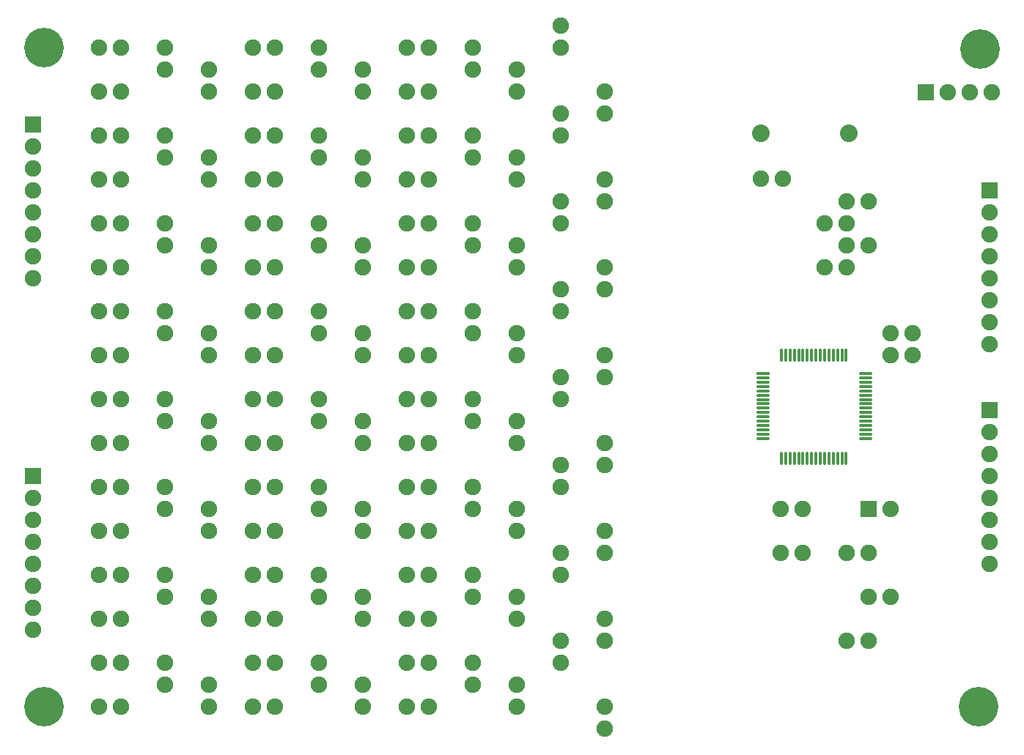
<source format=gts>
G04 (created by PCBNEW-RS274X (2011-11-30 BZR 3250)-stable) date Mon 09 Jan 2012 02:26:34 AM UTC*
G01*
G70*
G90*
%MOIN*%
G04 Gerber Fmt 3.4, Leading zero omitted, Abs format*
%FSLAX34Y34*%
G04 APERTURE LIST*
%ADD10C,0.006000*%
%ADD11R,0.064000X0.013800*%
%ADD12O,0.064000X0.013800*%
%ADD13O,0.013800X0.064000*%
%ADD14R,0.075000X0.075000*%
%ADD15C,0.075000*%
%ADD16C,0.080000*%
%ADD17C,0.180000*%
G04 APERTURE END LIST*
G54D10*
G54D11*
X68185Y-43831D03*
G54D12*
X68185Y-44028D03*
X68185Y-44225D03*
X68185Y-44422D03*
X68185Y-44619D03*
X68185Y-44815D03*
X68185Y-45012D03*
X68185Y-45209D03*
X68185Y-45406D03*
X68185Y-45603D03*
X68185Y-45800D03*
X68185Y-45996D03*
X68185Y-46193D03*
X68185Y-46390D03*
X68185Y-46587D03*
X68185Y-46784D03*
G54D13*
X69020Y-47682D03*
X69217Y-47682D03*
X69414Y-47682D03*
X69611Y-47682D03*
X69808Y-47682D03*
X70004Y-47682D03*
X70201Y-47682D03*
X70398Y-47682D03*
X70595Y-47682D03*
X70792Y-47682D03*
X70989Y-47682D03*
X71185Y-47682D03*
X71382Y-47682D03*
X71579Y-47682D03*
X71776Y-47682D03*
X71973Y-47682D03*
G54D12*
X72871Y-46784D03*
X72871Y-46587D03*
X72871Y-46390D03*
X72871Y-46193D03*
X72871Y-45996D03*
X72871Y-45800D03*
X72871Y-45603D03*
X72871Y-45406D03*
X72871Y-45209D03*
X72871Y-45012D03*
X72871Y-44815D03*
X72871Y-44619D03*
X72871Y-44422D03*
X72871Y-44225D03*
X72871Y-44028D03*
X72871Y-43831D03*
G54D13*
X71973Y-42996D03*
X71776Y-42996D03*
X71382Y-42996D03*
X71579Y-42989D03*
X71185Y-42996D03*
X70989Y-42996D03*
X70792Y-42996D03*
X70595Y-42996D03*
X70398Y-42996D03*
X70201Y-42996D03*
X70007Y-42996D03*
X69810Y-42996D03*
X69613Y-42996D03*
X69416Y-42996D03*
X69220Y-42996D03*
X69023Y-42996D03*
G54D14*
X78500Y-45500D03*
G54D15*
X78500Y-46500D03*
X78500Y-47500D03*
X78500Y-48500D03*
X78500Y-49500D03*
X78500Y-50500D03*
X78500Y-51500D03*
X78500Y-52500D03*
G54D14*
X78500Y-35500D03*
G54D15*
X78500Y-36500D03*
X78500Y-37500D03*
X78500Y-38500D03*
X78500Y-39500D03*
X78500Y-40500D03*
X78500Y-41500D03*
X78500Y-42500D03*
G54D14*
X35000Y-48500D03*
G54D15*
X35000Y-49500D03*
X35000Y-50500D03*
X35000Y-51500D03*
X35000Y-52500D03*
X35000Y-53500D03*
X35000Y-54500D03*
X35000Y-55500D03*
G54D14*
X35000Y-32500D03*
G54D15*
X35000Y-33500D03*
X35000Y-34500D03*
X35000Y-35500D03*
X35000Y-36500D03*
X35000Y-37500D03*
X35000Y-38500D03*
X35000Y-39500D03*
G54D14*
X75594Y-31031D03*
G54D15*
X76594Y-31031D03*
X77594Y-31031D03*
X78594Y-31031D03*
G54D16*
X68106Y-32902D03*
X72106Y-32902D03*
G54D15*
X46000Y-43000D03*
X45000Y-43000D03*
X46000Y-31000D03*
X45000Y-31000D03*
X46000Y-33000D03*
X45000Y-33000D03*
X46000Y-35000D03*
X45000Y-35000D03*
X46000Y-45000D03*
X45000Y-45000D03*
X46000Y-47000D03*
X45000Y-47000D03*
X46000Y-49000D03*
X45000Y-49000D03*
X46000Y-51000D03*
X45000Y-51000D03*
X46000Y-37000D03*
X45000Y-37000D03*
X46000Y-39000D03*
X45000Y-39000D03*
X46000Y-41000D03*
X45000Y-41000D03*
X39000Y-55000D03*
X38000Y-55000D03*
X46000Y-53000D03*
X45000Y-53000D03*
X46000Y-55000D03*
X45000Y-55000D03*
X46000Y-57000D03*
X45000Y-57000D03*
X46000Y-29000D03*
X45000Y-29000D03*
X39000Y-59000D03*
X38000Y-59000D03*
X39000Y-57000D03*
X38000Y-57000D03*
X55000Y-29000D03*
X55000Y-30000D03*
X39000Y-53000D03*
X38000Y-53000D03*
X39000Y-43000D03*
X38000Y-43000D03*
X39000Y-41000D03*
X38000Y-41000D03*
X39000Y-39000D03*
X38000Y-39000D03*
X39000Y-37000D03*
X38000Y-37000D03*
X39000Y-51000D03*
X38000Y-51000D03*
X39000Y-49000D03*
X38000Y-49000D03*
X39000Y-47000D03*
X38000Y-47000D03*
X39000Y-45000D03*
X38000Y-45000D03*
X39000Y-35000D03*
X38000Y-35000D03*
X59000Y-36000D03*
X59000Y-37000D03*
X59000Y-28000D03*
X59000Y-29000D03*
X61000Y-32000D03*
X61000Y-31000D03*
X59000Y-32000D03*
X59000Y-33000D03*
X61000Y-36000D03*
X61000Y-35000D03*
X59000Y-44000D03*
X59000Y-45000D03*
X61000Y-48000D03*
X61000Y-47000D03*
X59000Y-48000D03*
X59000Y-49000D03*
X61000Y-52000D03*
X61000Y-51000D03*
X57000Y-59000D03*
X57000Y-58000D03*
X61000Y-40000D03*
X61000Y-39000D03*
X59000Y-40000D03*
X59000Y-41000D03*
X61000Y-44000D03*
X61000Y-43000D03*
X59000Y-52000D03*
X59000Y-53000D03*
X61000Y-56000D03*
X61000Y-55000D03*
X59000Y-56000D03*
X59000Y-57000D03*
X61000Y-60000D03*
X61000Y-59000D03*
X46000Y-59000D03*
X45000Y-59000D03*
X55000Y-57000D03*
X55000Y-58000D03*
X57000Y-55000D03*
X57000Y-54000D03*
X55000Y-53000D03*
X55000Y-54000D03*
X57000Y-43000D03*
X57000Y-42000D03*
X55000Y-41000D03*
X55000Y-42000D03*
X57000Y-39000D03*
X57000Y-38000D03*
X55000Y-37000D03*
X55000Y-38000D03*
X57000Y-51000D03*
X57000Y-50000D03*
X55000Y-49000D03*
X55000Y-50000D03*
X57000Y-47000D03*
X57000Y-46000D03*
X55000Y-45000D03*
X55000Y-46000D03*
X57000Y-35000D03*
X57000Y-34000D03*
X55000Y-33000D03*
X55000Y-34000D03*
X57000Y-31000D03*
X57000Y-30000D03*
X39000Y-29000D03*
X38000Y-29000D03*
X39000Y-31000D03*
X38000Y-31000D03*
X39000Y-33000D03*
X38000Y-33000D03*
G54D14*
X73000Y-50000D03*
G54D15*
X74000Y-50000D03*
X50000Y-39000D03*
X50000Y-38000D03*
X50000Y-31000D03*
X50000Y-30000D03*
X48000Y-33000D03*
X48000Y-34000D03*
X50000Y-35000D03*
X50000Y-34000D03*
X48000Y-45000D03*
X48000Y-46000D03*
X50000Y-47000D03*
X50000Y-46000D03*
X48000Y-49000D03*
X48000Y-50000D03*
X50000Y-51000D03*
X50000Y-50000D03*
X48000Y-37000D03*
X48000Y-38000D03*
X41000Y-57000D03*
X41000Y-58000D03*
X48000Y-41000D03*
X48000Y-42000D03*
X50000Y-43000D03*
X50000Y-42000D03*
X48000Y-53000D03*
X48000Y-54000D03*
X50000Y-55000D03*
X50000Y-54000D03*
X48000Y-57000D03*
X48000Y-58000D03*
X48000Y-29000D03*
X48000Y-30000D03*
X43000Y-59000D03*
X43000Y-58000D03*
X43000Y-31000D03*
X43000Y-30000D03*
X43000Y-55000D03*
X43000Y-54000D03*
X41000Y-53000D03*
X41000Y-54000D03*
X43000Y-43000D03*
X43000Y-42000D03*
X41000Y-41000D03*
X41000Y-42000D03*
X43000Y-39000D03*
X43000Y-38000D03*
X41000Y-37000D03*
X41000Y-38000D03*
X43000Y-51000D03*
X43000Y-50000D03*
X41000Y-49000D03*
X41000Y-50000D03*
X43000Y-47000D03*
X43000Y-46000D03*
X41000Y-45000D03*
X41000Y-46000D03*
X43000Y-35000D03*
X43000Y-34000D03*
X41000Y-33000D03*
X41000Y-34000D03*
X52000Y-57000D03*
X53000Y-57000D03*
X41000Y-29000D03*
X41000Y-30000D03*
X74000Y-43000D03*
X75000Y-43000D03*
X74000Y-42000D03*
X75000Y-42000D03*
X68087Y-34949D03*
X69087Y-34949D03*
X74000Y-54000D03*
X73000Y-54000D03*
X72000Y-52000D03*
X73000Y-52000D03*
X72000Y-38000D03*
X73000Y-38000D03*
X72000Y-56000D03*
X73000Y-56000D03*
X72000Y-36000D03*
X73000Y-36000D03*
X69000Y-50000D03*
X70000Y-50000D03*
X71000Y-39000D03*
X72000Y-39000D03*
X69000Y-52000D03*
X70000Y-52000D03*
X71000Y-37000D03*
X72000Y-37000D03*
X52000Y-59000D03*
X53000Y-59000D03*
X50000Y-59000D03*
X50000Y-58000D03*
X52000Y-55000D03*
X53000Y-55000D03*
X52000Y-53000D03*
X53000Y-53000D03*
X52000Y-43000D03*
X53000Y-43000D03*
X52000Y-41000D03*
X53000Y-41000D03*
X52000Y-39000D03*
X53000Y-39000D03*
X52000Y-37000D03*
X53000Y-37000D03*
X52000Y-51000D03*
X53000Y-51000D03*
X52000Y-49000D03*
X53000Y-49000D03*
X52000Y-47000D03*
X53000Y-47000D03*
X52000Y-45000D03*
X53000Y-45000D03*
X52000Y-35000D03*
X53000Y-35000D03*
X52000Y-33000D03*
X53000Y-33000D03*
X52000Y-31000D03*
X53000Y-31000D03*
X52000Y-29000D03*
X53000Y-29000D03*
G54D17*
X78000Y-59000D03*
X35500Y-59000D03*
X35500Y-29000D03*
X78063Y-29051D03*
M02*

</source>
